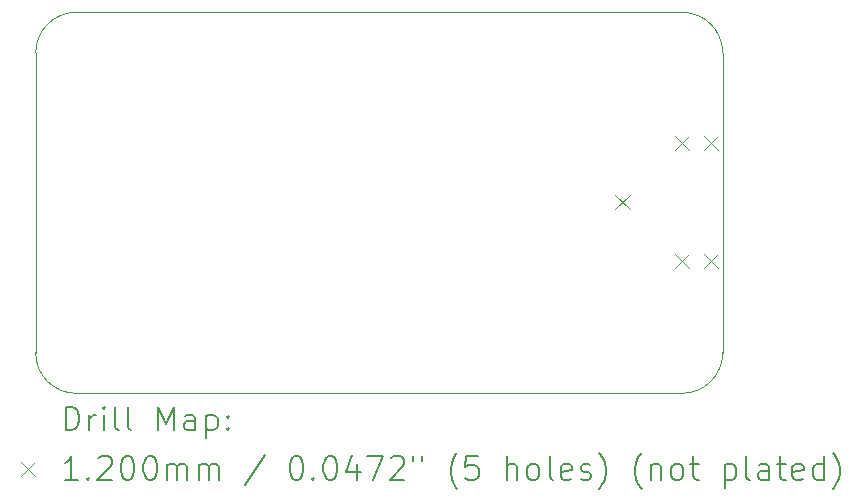
<source format=gbr>
%FSLAX45Y45*%
G04 Gerber Fmt 4.5, Leading zero omitted, Abs format (unit mm)*
G04 Created by KiCad (PCBNEW (6.0.2-0)) date 2022-02-13 15:07:27*
%MOMM*%
%LPD*%
G01*
G04 APERTURE LIST*
%TA.AperFunction,Profile*%
%ADD10C,0.050000*%
%TD*%
%ADD11C,0.200000*%
%ADD12C,0.120000*%
G04 APERTURE END LIST*
D10*
X11379200Y-8915400D02*
X16510000Y-8915400D01*
X11036300Y-11798300D02*
X11036300Y-9258300D01*
X16510000Y-12141200D02*
X11379200Y-12141200D01*
X16852900Y-9258300D02*
X16852900Y-11798300D01*
X16852900Y-9258300D02*
G75*
G03*
X16510000Y-8915400I-342900J0D01*
G01*
X11379200Y-8915400D02*
G75*
G03*
X11036300Y-9258300I0J-342900D01*
G01*
X11036300Y-11798300D02*
G75*
G03*
X11379200Y-12141200I342900J0D01*
G01*
X16510000Y-12141200D02*
G75*
G03*
X16852900Y-11798300I0J342900D01*
G01*
D11*
D12*
X15944920Y-10460300D02*
X16064920Y-10580300D01*
X16064920Y-10460300D02*
X15944920Y-10580300D01*
X16444920Y-9960300D02*
X16564920Y-10080300D01*
X16564920Y-9960300D02*
X16444920Y-10080300D01*
X16444920Y-10960300D02*
X16564920Y-11080300D01*
X16564920Y-10960300D02*
X16444920Y-11080300D01*
X16694920Y-9960300D02*
X16814920Y-10080300D01*
X16814920Y-9960300D02*
X16694920Y-10080300D01*
X16694920Y-10960300D02*
X16814920Y-11080300D01*
X16814920Y-10960300D02*
X16694920Y-11080300D01*
D11*
X11291419Y-12454176D02*
X11291419Y-12254176D01*
X11339038Y-12254176D01*
X11367609Y-12263700D01*
X11386657Y-12282748D01*
X11396181Y-12301795D01*
X11405705Y-12339890D01*
X11405705Y-12368462D01*
X11396181Y-12406557D01*
X11386657Y-12425605D01*
X11367609Y-12444652D01*
X11339038Y-12454176D01*
X11291419Y-12454176D01*
X11491419Y-12454176D02*
X11491419Y-12320843D01*
X11491419Y-12358938D02*
X11500943Y-12339890D01*
X11510467Y-12330367D01*
X11529514Y-12320843D01*
X11548562Y-12320843D01*
X11615228Y-12454176D02*
X11615228Y-12320843D01*
X11615228Y-12254176D02*
X11605705Y-12263700D01*
X11615228Y-12273224D01*
X11624752Y-12263700D01*
X11615228Y-12254176D01*
X11615228Y-12273224D01*
X11739038Y-12454176D02*
X11719990Y-12444652D01*
X11710467Y-12425605D01*
X11710467Y-12254176D01*
X11843800Y-12454176D02*
X11824752Y-12444652D01*
X11815228Y-12425605D01*
X11815228Y-12254176D01*
X12072371Y-12454176D02*
X12072371Y-12254176D01*
X12139038Y-12397033D01*
X12205705Y-12254176D01*
X12205705Y-12454176D01*
X12386657Y-12454176D02*
X12386657Y-12349414D01*
X12377133Y-12330367D01*
X12358086Y-12320843D01*
X12319990Y-12320843D01*
X12300943Y-12330367D01*
X12386657Y-12444652D02*
X12367609Y-12454176D01*
X12319990Y-12454176D01*
X12300943Y-12444652D01*
X12291419Y-12425605D01*
X12291419Y-12406557D01*
X12300943Y-12387509D01*
X12319990Y-12377986D01*
X12367609Y-12377986D01*
X12386657Y-12368462D01*
X12481895Y-12320843D02*
X12481895Y-12520843D01*
X12481895Y-12330367D02*
X12500943Y-12320843D01*
X12539038Y-12320843D01*
X12558086Y-12330367D01*
X12567609Y-12339890D01*
X12577133Y-12358938D01*
X12577133Y-12416081D01*
X12567609Y-12435128D01*
X12558086Y-12444652D01*
X12539038Y-12454176D01*
X12500943Y-12454176D01*
X12481895Y-12444652D01*
X12662848Y-12435128D02*
X12672371Y-12444652D01*
X12662848Y-12454176D01*
X12653324Y-12444652D01*
X12662848Y-12435128D01*
X12662848Y-12454176D01*
X12662848Y-12330367D02*
X12672371Y-12339890D01*
X12662848Y-12349414D01*
X12653324Y-12339890D01*
X12662848Y-12330367D01*
X12662848Y-12349414D01*
D12*
X10913800Y-12723700D02*
X11033800Y-12843700D01*
X11033800Y-12723700D02*
X10913800Y-12843700D01*
D11*
X11396181Y-12874176D02*
X11281895Y-12874176D01*
X11339038Y-12874176D02*
X11339038Y-12674176D01*
X11319990Y-12702748D01*
X11300943Y-12721795D01*
X11281895Y-12731319D01*
X11481895Y-12855128D02*
X11491419Y-12864652D01*
X11481895Y-12874176D01*
X11472371Y-12864652D01*
X11481895Y-12855128D01*
X11481895Y-12874176D01*
X11567609Y-12693224D02*
X11577133Y-12683700D01*
X11596181Y-12674176D01*
X11643800Y-12674176D01*
X11662848Y-12683700D01*
X11672371Y-12693224D01*
X11681895Y-12712271D01*
X11681895Y-12731319D01*
X11672371Y-12759890D01*
X11558086Y-12874176D01*
X11681895Y-12874176D01*
X11805705Y-12674176D02*
X11824752Y-12674176D01*
X11843800Y-12683700D01*
X11853324Y-12693224D01*
X11862848Y-12712271D01*
X11872371Y-12750367D01*
X11872371Y-12797986D01*
X11862848Y-12836081D01*
X11853324Y-12855128D01*
X11843800Y-12864652D01*
X11824752Y-12874176D01*
X11805705Y-12874176D01*
X11786657Y-12864652D01*
X11777133Y-12855128D01*
X11767609Y-12836081D01*
X11758086Y-12797986D01*
X11758086Y-12750367D01*
X11767609Y-12712271D01*
X11777133Y-12693224D01*
X11786657Y-12683700D01*
X11805705Y-12674176D01*
X11996181Y-12674176D02*
X12015228Y-12674176D01*
X12034276Y-12683700D01*
X12043800Y-12693224D01*
X12053324Y-12712271D01*
X12062848Y-12750367D01*
X12062848Y-12797986D01*
X12053324Y-12836081D01*
X12043800Y-12855128D01*
X12034276Y-12864652D01*
X12015228Y-12874176D01*
X11996181Y-12874176D01*
X11977133Y-12864652D01*
X11967609Y-12855128D01*
X11958086Y-12836081D01*
X11948562Y-12797986D01*
X11948562Y-12750367D01*
X11958086Y-12712271D01*
X11967609Y-12693224D01*
X11977133Y-12683700D01*
X11996181Y-12674176D01*
X12148562Y-12874176D02*
X12148562Y-12740843D01*
X12148562Y-12759890D02*
X12158086Y-12750367D01*
X12177133Y-12740843D01*
X12205705Y-12740843D01*
X12224752Y-12750367D01*
X12234276Y-12769414D01*
X12234276Y-12874176D01*
X12234276Y-12769414D02*
X12243800Y-12750367D01*
X12262848Y-12740843D01*
X12291419Y-12740843D01*
X12310467Y-12750367D01*
X12319990Y-12769414D01*
X12319990Y-12874176D01*
X12415228Y-12874176D02*
X12415228Y-12740843D01*
X12415228Y-12759890D02*
X12424752Y-12750367D01*
X12443800Y-12740843D01*
X12472371Y-12740843D01*
X12491419Y-12750367D01*
X12500943Y-12769414D01*
X12500943Y-12874176D01*
X12500943Y-12769414D02*
X12510467Y-12750367D01*
X12529514Y-12740843D01*
X12558086Y-12740843D01*
X12577133Y-12750367D01*
X12586657Y-12769414D01*
X12586657Y-12874176D01*
X12977133Y-12664652D02*
X12805705Y-12921795D01*
X13234276Y-12674176D02*
X13253324Y-12674176D01*
X13272371Y-12683700D01*
X13281895Y-12693224D01*
X13291419Y-12712271D01*
X13300943Y-12750367D01*
X13300943Y-12797986D01*
X13291419Y-12836081D01*
X13281895Y-12855128D01*
X13272371Y-12864652D01*
X13253324Y-12874176D01*
X13234276Y-12874176D01*
X13215228Y-12864652D01*
X13205705Y-12855128D01*
X13196181Y-12836081D01*
X13186657Y-12797986D01*
X13186657Y-12750367D01*
X13196181Y-12712271D01*
X13205705Y-12693224D01*
X13215228Y-12683700D01*
X13234276Y-12674176D01*
X13386657Y-12855128D02*
X13396181Y-12864652D01*
X13386657Y-12874176D01*
X13377133Y-12864652D01*
X13386657Y-12855128D01*
X13386657Y-12874176D01*
X13519990Y-12674176D02*
X13539038Y-12674176D01*
X13558086Y-12683700D01*
X13567609Y-12693224D01*
X13577133Y-12712271D01*
X13586657Y-12750367D01*
X13586657Y-12797986D01*
X13577133Y-12836081D01*
X13567609Y-12855128D01*
X13558086Y-12864652D01*
X13539038Y-12874176D01*
X13519990Y-12874176D01*
X13500943Y-12864652D01*
X13491419Y-12855128D01*
X13481895Y-12836081D01*
X13472371Y-12797986D01*
X13472371Y-12750367D01*
X13481895Y-12712271D01*
X13491419Y-12693224D01*
X13500943Y-12683700D01*
X13519990Y-12674176D01*
X13758086Y-12740843D02*
X13758086Y-12874176D01*
X13710467Y-12664652D02*
X13662848Y-12807509D01*
X13786657Y-12807509D01*
X13843800Y-12674176D02*
X13977133Y-12674176D01*
X13891419Y-12874176D01*
X14043800Y-12693224D02*
X14053324Y-12683700D01*
X14072371Y-12674176D01*
X14119990Y-12674176D01*
X14139038Y-12683700D01*
X14148562Y-12693224D01*
X14158086Y-12712271D01*
X14158086Y-12731319D01*
X14148562Y-12759890D01*
X14034276Y-12874176D01*
X14158086Y-12874176D01*
X14234276Y-12674176D02*
X14234276Y-12712271D01*
X14310467Y-12674176D02*
X14310467Y-12712271D01*
X14605705Y-12950367D02*
X14596181Y-12940843D01*
X14577133Y-12912271D01*
X14567609Y-12893224D01*
X14558086Y-12864652D01*
X14548562Y-12817033D01*
X14548562Y-12778938D01*
X14558086Y-12731319D01*
X14567609Y-12702748D01*
X14577133Y-12683700D01*
X14596181Y-12655128D01*
X14605705Y-12645605D01*
X14777133Y-12674176D02*
X14681895Y-12674176D01*
X14672371Y-12769414D01*
X14681895Y-12759890D01*
X14700943Y-12750367D01*
X14748562Y-12750367D01*
X14767609Y-12759890D01*
X14777133Y-12769414D01*
X14786657Y-12788462D01*
X14786657Y-12836081D01*
X14777133Y-12855128D01*
X14767609Y-12864652D01*
X14748562Y-12874176D01*
X14700943Y-12874176D01*
X14681895Y-12864652D01*
X14672371Y-12855128D01*
X15024752Y-12874176D02*
X15024752Y-12674176D01*
X15110467Y-12874176D02*
X15110467Y-12769414D01*
X15100943Y-12750367D01*
X15081895Y-12740843D01*
X15053324Y-12740843D01*
X15034276Y-12750367D01*
X15024752Y-12759890D01*
X15234276Y-12874176D02*
X15215228Y-12864652D01*
X15205705Y-12855128D01*
X15196181Y-12836081D01*
X15196181Y-12778938D01*
X15205705Y-12759890D01*
X15215228Y-12750367D01*
X15234276Y-12740843D01*
X15262848Y-12740843D01*
X15281895Y-12750367D01*
X15291419Y-12759890D01*
X15300943Y-12778938D01*
X15300943Y-12836081D01*
X15291419Y-12855128D01*
X15281895Y-12864652D01*
X15262848Y-12874176D01*
X15234276Y-12874176D01*
X15415228Y-12874176D02*
X15396181Y-12864652D01*
X15386657Y-12845605D01*
X15386657Y-12674176D01*
X15567609Y-12864652D02*
X15548562Y-12874176D01*
X15510467Y-12874176D01*
X15491419Y-12864652D01*
X15481895Y-12845605D01*
X15481895Y-12769414D01*
X15491419Y-12750367D01*
X15510467Y-12740843D01*
X15548562Y-12740843D01*
X15567609Y-12750367D01*
X15577133Y-12769414D01*
X15577133Y-12788462D01*
X15481895Y-12807509D01*
X15653324Y-12864652D02*
X15672371Y-12874176D01*
X15710467Y-12874176D01*
X15729514Y-12864652D01*
X15739038Y-12845605D01*
X15739038Y-12836081D01*
X15729514Y-12817033D01*
X15710467Y-12807509D01*
X15681895Y-12807509D01*
X15662848Y-12797986D01*
X15653324Y-12778938D01*
X15653324Y-12769414D01*
X15662848Y-12750367D01*
X15681895Y-12740843D01*
X15710467Y-12740843D01*
X15729514Y-12750367D01*
X15805705Y-12950367D02*
X15815228Y-12940843D01*
X15834276Y-12912271D01*
X15843800Y-12893224D01*
X15853324Y-12864652D01*
X15862848Y-12817033D01*
X15862848Y-12778938D01*
X15853324Y-12731319D01*
X15843800Y-12702748D01*
X15834276Y-12683700D01*
X15815228Y-12655128D01*
X15805705Y-12645605D01*
X16167609Y-12950367D02*
X16158086Y-12940843D01*
X16139038Y-12912271D01*
X16129514Y-12893224D01*
X16119990Y-12864652D01*
X16110467Y-12817033D01*
X16110467Y-12778938D01*
X16119990Y-12731319D01*
X16129514Y-12702748D01*
X16139038Y-12683700D01*
X16158086Y-12655128D01*
X16167609Y-12645605D01*
X16243800Y-12740843D02*
X16243800Y-12874176D01*
X16243800Y-12759890D02*
X16253324Y-12750367D01*
X16272371Y-12740843D01*
X16300943Y-12740843D01*
X16319990Y-12750367D01*
X16329514Y-12769414D01*
X16329514Y-12874176D01*
X16453324Y-12874176D02*
X16434276Y-12864652D01*
X16424752Y-12855128D01*
X16415228Y-12836081D01*
X16415228Y-12778938D01*
X16424752Y-12759890D01*
X16434276Y-12750367D01*
X16453324Y-12740843D01*
X16481895Y-12740843D01*
X16500943Y-12750367D01*
X16510467Y-12759890D01*
X16519990Y-12778938D01*
X16519990Y-12836081D01*
X16510467Y-12855128D01*
X16500943Y-12864652D01*
X16481895Y-12874176D01*
X16453324Y-12874176D01*
X16577133Y-12740843D02*
X16653324Y-12740843D01*
X16605705Y-12674176D02*
X16605705Y-12845605D01*
X16615228Y-12864652D01*
X16634276Y-12874176D01*
X16653324Y-12874176D01*
X16872371Y-12740843D02*
X16872371Y-12940843D01*
X16872371Y-12750367D02*
X16891419Y-12740843D01*
X16929514Y-12740843D01*
X16948562Y-12750367D01*
X16958086Y-12759890D01*
X16967610Y-12778938D01*
X16967610Y-12836081D01*
X16958086Y-12855128D01*
X16948562Y-12864652D01*
X16929514Y-12874176D01*
X16891419Y-12874176D01*
X16872371Y-12864652D01*
X17081895Y-12874176D02*
X17062848Y-12864652D01*
X17053324Y-12845605D01*
X17053324Y-12674176D01*
X17243800Y-12874176D02*
X17243800Y-12769414D01*
X17234276Y-12750367D01*
X17215229Y-12740843D01*
X17177133Y-12740843D01*
X17158086Y-12750367D01*
X17243800Y-12864652D02*
X17224752Y-12874176D01*
X17177133Y-12874176D01*
X17158086Y-12864652D01*
X17148562Y-12845605D01*
X17148562Y-12826557D01*
X17158086Y-12807509D01*
X17177133Y-12797986D01*
X17224752Y-12797986D01*
X17243800Y-12788462D01*
X17310467Y-12740843D02*
X17386657Y-12740843D01*
X17339038Y-12674176D02*
X17339038Y-12845605D01*
X17348562Y-12864652D01*
X17367610Y-12874176D01*
X17386657Y-12874176D01*
X17529514Y-12864652D02*
X17510467Y-12874176D01*
X17472371Y-12874176D01*
X17453324Y-12864652D01*
X17443800Y-12845605D01*
X17443800Y-12769414D01*
X17453324Y-12750367D01*
X17472371Y-12740843D01*
X17510467Y-12740843D01*
X17529514Y-12750367D01*
X17539038Y-12769414D01*
X17539038Y-12788462D01*
X17443800Y-12807509D01*
X17710467Y-12874176D02*
X17710467Y-12674176D01*
X17710467Y-12864652D02*
X17691419Y-12874176D01*
X17653324Y-12874176D01*
X17634276Y-12864652D01*
X17624752Y-12855128D01*
X17615229Y-12836081D01*
X17615229Y-12778938D01*
X17624752Y-12759890D01*
X17634276Y-12750367D01*
X17653324Y-12740843D01*
X17691419Y-12740843D01*
X17710467Y-12750367D01*
X17786657Y-12950367D02*
X17796181Y-12940843D01*
X17815229Y-12912271D01*
X17824752Y-12893224D01*
X17834276Y-12864652D01*
X17843800Y-12817033D01*
X17843800Y-12778938D01*
X17834276Y-12731319D01*
X17824752Y-12702748D01*
X17815229Y-12683700D01*
X17796181Y-12655128D01*
X17786657Y-12645605D01*
M02*

</source>
